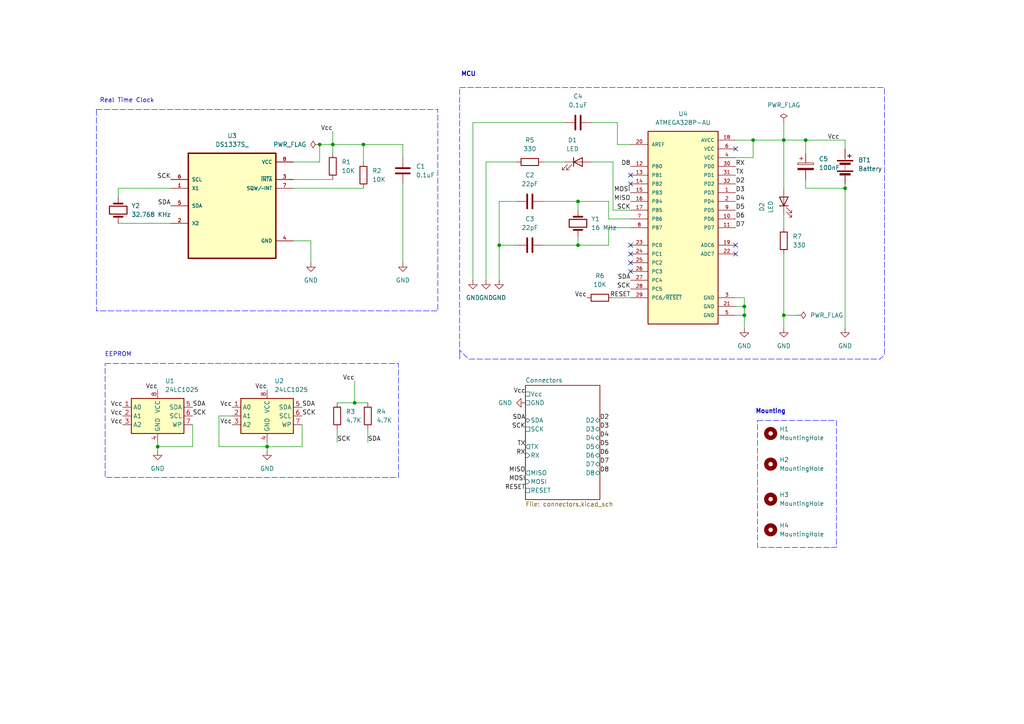
<source format=kicad_sch>
(kicad_sch (version 20250114) (generator "eeschema") (generator_version "9.0")
  (paper "A4")
  (title_block (title "${project_name}") (date "2025-05-23") (rev "1"))
  (lib_symbols
    (symbol "ATMEGA328P-AU:ATMEGA328P-AU" (pin_names (offset 1.016))
      (property "Reference" "U4" (at 0 33.02 0))
      (property "Value" "ATMEGA328P-AU" (at 0 30.48 0))
      (symbol "ATMEGA328P-AU_0_0"
        (rectangle (start -10.16 27.94) (end 10.16 -27.94) (stroke (width 0.254)) (fill (type background)))
        (pin input line (at -15.24 24.13 0) (length 5.08) (name "AREF") (number "20"))
        (pin bidirectional line (at -15.24 17.78 0) (length 5.08) (name "PB0") (number "12"))
        (pin bidirectional line (at -15.24 15.24 0) (length 5.08) (name "PB1") (number "13"))
        (pin bidirectional line (at -15.24 12.7 0) (length 5.08) (name "PB2") (number "14"))
        (pin bidirectional line (at -15.24 10.16 0) (length 5.08) (name "PB3") (number "15"))
        (pin bidirectional line (at -15.24 7.62 0) (length 5.08) (name "PB4") (number "16"))
        (pin bidirectional line (at -15.24 5.08 0) (length 5.08) (name "PB5") (number "17"))
        (pin bidirectional line (at -15.24 2.54 0) (length 5.08) (name "PB6") (number "7"))
        (pin bidirectional line (at -15.24 0 0) (length 5.08) (name "PB7") (number "8"))
        (pin bidirectional line (at -15.24 -5.08 0) (length 5.08) (name "PC0") (number "23"))
        (pin bidirectional line (at -15.24 -7.62 0) (length 5.08) (name "PC1") (number "24"))
        (pin bidirectional line (at -15.24 -10.16 0) (length 5.08) (name "PC2") (number "25"))
        (pin bidirectional line (at -15.24 -12.7 0) (length 5.08) (name "PC3") (number "26"))
        (pin bidirectional line (at -15.24 -15.24 0) (length 5.08) (name "PC4") (number "27"))
        (pin bidirectional line (at -15.24 -17.78 0) (length 5.08) (name "PC5") (number "28"))
        (pin bidirectional line (at -15.24 -20.32 0) (length 5.08) (name "PC6/~{RESET}") (number "29"))
        (pin power_in line (at 15.24 25.4 180) (length 5.08) (name "AVCC") (number "18"))
        (pin power_in line (at 15.24 22.86 180) (length 5.08) (name "VCC") (number "6"))
        (pin power_in line (at 15.24 20.32 180) (length 5.08) (name "VCC") (number "4"))
        (pin bidirectional line (at 15.24 17.78 180) (length 5.08) (name "PD0") (number "30"))
        (pin bidirectional line (at 15.24 15.24 180) (length 5.08) (name "PD1") (number "31"))
        (pin bidirectional line (at 15.24 12.7 180) (length 5.08) (name "PD2") (number "32"))
        (pin bidirectional line (at 15.24 10.16 180) (length 5.08) (name "PD3") (number "1"))
        (pin bidirectional line (at 15.24 7.62 180) (length 5.08) (name "PD4") (number "2"))
        (pin bidirectional line (at 15.24 5.08 180) (length 5.08) (name "PD5") (number "9"))
        (pin bidirectional line (at 15.24 2.54 180) (length 5.08) (name "PD6") (number "10"))
        (pin bidirectional line (at 15.24 0 180) (length 5.08) (name "PD7") (number "11"))
        (pin bidirectional line (at 15.24 -5.08 180) (length 5.08) (name "ADC6") (number "19"))
        (pin bidirectional line (at 15.24 -7.62 180) (length 5.08) (name "ADC7") (number "22"))
        (pin power_in line (at 15.24 -20.32 180) (length 5.08) (name "GND") (number "3"))
        (pin power_in line (at 15.24 -22.86 180) (length 5.08) (name "GND") (number "21"))
        (pin power_in line (at 15.24 -25.4 180) (length 5.08) (name "GND") (number "5"))
      )
    )
    (symbol "DS1337S_:DS1337S_" (pin_names (offset 1.016))
      (property "Reference" "U" (at -12.7 16.24 0))
      (property "Value" "DS1337S_" (at -12.7 -19.24 0))
      (symbol "DS1337S__0_0"
        (rectangle (start -12.7 -15.24) (end 12.7 15.24) (stroke (width 0.41)) (fill (type background)))
        (pin input line (at -17.78 7.62 0) (length 5.08) (name "SCL") (number "6"))
        (pin input line (at -17.78 5.08 0) (length 5.08) (name "X1") (number "1"))
        (pin bidirectional line (at -17.78 0 0) (length 5.08) (name "SDA") (number "5"))
        (pin bidirectional line (at -17.78 -5.08 0) (length 5.08) (name "X2") (number "2"))
        (pin power_in line (at 17.78 12.7 180) (length 5.08) (name "VCC") (number "8"))
        (pin output line (at 17.78 7.62 180) (length 5.08) (name "~{INTA}") (number "3"))
        (pin output line (at 17.78 5.08 180) (length 5.08) (name "SQW/~INT") (number "7"))
        (pin power_in line (at 17.78 -10.16 180) (length 5.08) (name "GND") (number "4"))
      )
    )
    (symbol "Device:Battery" (pin_numbers (hide yes)) (pin_names (offset 0) (hide yes))
      (property "Reference" "BT" (at 2.54 2.54 0))
      (property "Value" "Battery" (at 2.54 0 0))
      (symbol "Battery_0_1"
        (rectangle (start -2.286 1.778) (end 2.286 1.524) (fill (type outline)))
        (rectangle (start -2.286 -1.27) (end 2.286 -1.524) (fill (type outline)))
        (rectangle (start -1.524 1.016) (end 1.524 0.508) (fill (type outline)))
        (rectangle (start -1.524 -2.032) (end 1.524 -2.54) (fill (type outline)))
        (polyline (pts (xy 0 1.778) (xy 0 2.54)))
        (polyline (pts (xy 0 0) (xy 0 0.254)))
        (polyline (pts (xy 0 -0.508) (xy 0 -0.254)))
        (polyline (pts (xy 0 -1.016) (xy 0 -0.762)))
        (polyline (pts (xy 0.762 3.048) (xy 1.778 3.048)) (stroke (width 0.254)))
        (polyline (pts (xy 1.27 3.556) (xy 1.27 2.54)) (stroke (width 0.254)))
      )
      (symbol "Battery_1_1"
        (pin passive line (at 0 5.08 270) (length 2.54) (name "+") (number "1"))
        (pin passive line (at 0 -5.08 90) (length 2.54) (name "-") (number "2"))
      )
    )
    (symbol "Device:C" (pin_numbers (hide yes)) (pin_names (offset 0.254))
      (property "Reference" "C" (at 0.635 2.54 0))
      (property "Value" "C" (at 0.635 -2.54 0))
      (symbol "C_0_1"
        (polyline (pts (xy -2.032 0.762) (xy 2.032 0.762)) (stroke (width 0.508)))
        (polyline (pts (xy -2.032 -0.762) (xy 2.032 -0.762)) (stroke (width 0.508)))
      )
      (symbol "C_1_1"
        (pin passive line (at 0 3.81 270) (length 2.794) (name "~") (number "1"))
        (pin passive line (at 0 -3.81 90) (length 2.794) (name "~") (number "2"))
      )
    )
    (symbol "Device:C_Polarized" (pin_numbers (hide yes)) (pin_names (offset 0.254))
      (property "Reference" "C" (at 0.635 2.54 0))
      (property "Value" "C_Polarized" (at 0.635 -2.54 0))
      (symbol "C_Polarized_0_1"
        (rectangle (start -2.286 0.508) (end 2.286 1.016))
        (polyline (pts (xy -1.778 2.286) (xy -0.762 2.286)))
        (polyline (pts (xy -1.27 2.794) (xy -1.27 1.778)))
        (rectangle (start 2.286 -0.508) (end -2.286 -1.016) (fill (type outline)))
      )
      (symbol "C_Polarized_1_1"
        (pin passive line (at 0 3.81 270) (length 2.794) (name "~") (number "1"))
        (pin passive line (at 0 -3.81 90) (length 2.794) (name "~") (number "2"))
      )
    )
    (symbol "Device:Crystal" (pin_numbers (hide yes)) (pin_names (offset 1.016) (hide yes))
      (property "Reference" "Y" (at 0 3.81 0))
      (property "Value" "Crystal" (at 0 -3.81 0))
      (symbol "Crystal_0_1"
        (polyline (pts (xy -2.54 0) (xy -1.905 0)))
        (polyline (pts (xy -1.905 -1.27) (xy -1.905 1.27)) (stroke (width 0.508)))
        (rectangle (start -1.143 2.54) (end 1.143 -2.54) (stroke (width 0.3048)))
        (polyline (pts (xy 1.905 -1.27) (xy 1.905 1.27)) (stroke (width 0.508)))
        (polyline (pts (xy 2.54 0) (xy 1.905 0)))
      )
      (symbol "Crystal_1_1"
        (pin passive line (at -3.81 0 0) (length 1.27) (name "1") (number "1"))
        (pin passive line (at 3.81 0 180) (length 1.27) (name "2") (number "2"))
      )
    )
    (symbol "Device:LED" (pin_numbers (hide yes)) (pin_names (offset 1.016) (hide yes))
      (property "Reference" "D" (at 0 2.54 0))
      (property "Value" "LED" (at 0 -2.54 0))
      (symbol "LED_0_1"
        (polyline (pts (xy -3.048 -0.762) (xy -4.572 -2.286) (xy -3.81 -2.286) (xy -4.572 -2.286) (xy -4.572 -1.524)))
        (polyline (pts (xy -1.778 -0.762) (xy -3.302 -2.286) (xy -2.54 -2.286) (xy -3.302 -2.286) (xy -3.302 -1.524)))
        (polyline (pts (xy -1.27 0) (xy 1.27 0)))
        (polyline (pts (xy -1.27 -1.27) (xy -1.27 1.27)) (stroke (width 0.254)))
        (polyline (pts (xy 1.27 -1.27) (xy 1.27 1.27) (xy -1.27 0) (xy 1.27 -1.27)) (stroke (width 0.254)))
      )
      (symbol "LED_1_1"
        (pin passive line (at -3.81 0 0) (length 2.54) (name "K") (number "1"))
        (pin passive line (at 3.81 0 180) (length 2.54) (name "A") (number "2"))
      )
    )
    (symbol "Device:R" (pin_numbers (hide yes)) (pin_names (offset 0))
      (property "Reference" "R" (at 2.032 0 90))
      (property "Value" "R" (at 0 0 90))
      (symbol "R_0_1"
        (rectangle (start -1.016 -2.54) (end 1.016 2.54) (stroke (width 0.254)))
      )
      (symbol "R_1_1"
        (pin passive line (at 0 3.81 270) (length 1.27) (name "~") (number "1"))
        (pin passive line (at 0 -3.81 90) (length 1.27) (name "~") (number "2"))
      )
    )
    (symbol "Mechanical:MountingHole" (pin_names (offset 1.016)) (exclude_from_sim yes) (in_bom no)
      (property "Reference" "H" (at 0 5.08 0))
      (property "Value" "MountingHole" (at 0 3.175 0))
      (symbol "MountingHole_0_1"
        (circle (center 0 0) (radius 1.27) (stroke (width 1.27)))
      )
    )
    (symbol "Memory_EEPROM:24LC1025"
      (property "Reference" "U" (at -6.35 6.35 0))
      (property "Value" "24LC1025" (at 1.27 6.35 0))
      (symbol "24LC1025_1_1"
        (rectangle (start -7.62 5.08) (end 7.62 -5.08) (stroke (width 0.254)) (fill (type background)))
        (pin input line (at -10.16 2.54 0) (length 2.54) (name "A0") (number "1"))
        (pin input line (at -10.16 0 0) (length 2.54) (name "A1") (number "2"))
        (pin input line (at -10.16 -2.54 0) (length 2.54) (name "A2") (number "3"))
        (pin power_in line (at 0 7.62 270) (length 2.54) (name "VCC") (number "8"))
        (pin power_in line (at 0 -7.62 90) (length 2.54) (name "GND") (number "4"))
        (pin bidirectional line (at 10.16 2.54 180) (length 2.54) (name "SDA") (number "5"))
        (pin input line (at 10.16 0 180) (length 2.54) (name "SCL") (number "6"))
        (pin input line (at 10.16 -2.54 180) (length 2.54) (name "WP") (number "7"))
      )
    )
    (symbol "power:GND" (power) (pin_numbers (hide yes)) (pin_names (offset 0) (hide yes))
      (property "Value" "GND" (at 0 -3.81 0))
      (symbol "GND_0_1"
        (polyline (pts (xy 0 0) (xy 0 -1.27) (xy 1.27 -1.27) (xy 0 -2.54) (xy -1.27 -1.27) (xy 0 -1.27)))
      )
      (symbol "GND_1_1"
        (pin power_in line (at 0 0 270) (length 0) (name "~") (number "1"))
      )
    )
    (symbol "power:PWR_FLAG" (power) (pin_numbers (hide yes)) (pin_names (offset 0) (hide yes))
      (property "Value" "PWR_FLAG" (at 0 3.81 0))
      (symbol "PWR_FLAG_0_0"
        (pin power_out line (at 0 0 90) (length 0) (name "~") (number "1"))
      )
      (symbol "PWR_FLAG_0_1"
        (polyline (pts (xy 0 0) (xy 0 1.27) (xy -1.016 1.905) (xy 0 2.54) (xy 1.016 1.905) (xy 0 1.27)))
      )
    )
  )
  (text "Real Time Clock" (exclude_from_sim yes) (at 36.83 29.21 0) (effects (font (size 1.27 1.27))))
  (text "Mounting" (at 223.52 119.38 0) (effects (font (size 1.27 1.27) (thickness 0.254) (bold yes))))
  (text "MCU" (at 135.89 21.59 0) (effects (font (size 1.27 1.27) (thickness 0.254) (bold yes))))
  (text "EEPROM" (at 34.29 102.87 0) (effects (font (size 1.27 1.27))))
  (junction (at 96.52 41.91))
  (junction (at 233.68 40.64))
  (junction (at 215.9 91.44))
  (junction (at 227.33 40.64))
  (junction (at 92.71 41.91))
  (junction (at 167.64 71.12))
  (junction (at 102.87 116.84))
  (junction (at 245.11 54.61))
  (junction (at 77.47 129.54))
  (junction (at 167.64 58.42))
  (junction (at 227.33 91.44))
  (junction (at 105.41 41.91))
  (junction (at 215.9 88.9))
  (junction (at 144.78 71.12))
  (junction (at 45.72 129.54))
  (junction (at 218.44 40.64))
  (no_connect (at 213.36 71.12))
  (no_connect (at 182.88 71.12))
  (no_connect (at 182.88 76.2))
  (no_connect (at 182.88 78.74))
  (no_connect (at 182.88 50.8))
  (no_connect (at 213.36 73.66))
  (no_connect (at 213.36 43.18))
  (no_connect (at 182.88 73.66))
  (no_connect (at 182.88 53.34))
  (wire (pts (xy 176.53 58.42) (xy 176.53 63.5)))
  (wire (pts (xy 227.33 73.66) (xy 227.33 91.44)))
  (wire (pts (xy 55.88 123.19) (xy 55.88 129.54)))
  (wire (pts (xy 116.84 41.91) (xy 116.84 45.72)))
  (wire (pts (xy 77.47 128.27) (xy 77.47 129.54)))
  (wire (pts (xy 102.87 116.84) (xy 106.68 116.84)))
  (wire (pts (xy 85.09 54.61) (xy 105.41 54.61)))
  (wire (pts (xy 213.36 40.64) (xy 218.44 40.64)))
  (wire (pts (xy 176.53 63.5) (xy 182.88 63.5)))
  (wire (pts (xy 149.86 58.42) (xy 144.78 58.42)))
  (wire (pts (xy 34.29 54.61) (xy 34.29 57.15)))
  (wire (pts (xy 45.72 129.54) (xy 55.88 129.54)))
  (wire (pts (xy 171.45 35.56) (xy 179.07 35.56)))
  (wire (pts (xy 213.36 45.72) (xy 218.44 45.72)))
  (wire (pts (xy 213.36 86.36) (xy 215.9 86.36)))
  (wire (pts (xy 77.47 129.54) (xy 77.47 130.81)))
  (wire (pts (xy 176.53 71.12) (xy 167.64 71.12)))
  (wire (pts (xy 106.68 124.46) (xy 106.68 128.27)))
  (wire (pts (xy 49.53 54.61) (xy 34.29 54.61)))
  (wire (pts (xy 157.48 71.12) (xy 167.64 71.12)))
  (wire (pts (xy 227.33 91.44) (xy 231.14 91.44)))
  (wire (pts (xy 177.8 46.99) (xy 177.8 60.96)))
  (wire (pts (xy 63.5 120.65) (xy 63.5 129.54)))
  (wire (pts (xy 233.68 40.64) (xy 245.11 40.64)))
  (wire (pts (xy 45.72 128.27) (xy 45.72 129.54)))
  (wire (pts (xy 96.52 41.91) (xy 96.52 44.45)))
  (wire (pts (xy 85.09 46.99) (xy 92.71 46.99)))
  (wire (pts (xy 96.52 41.91) (xy 105.41 41.91)))
  (wire (pts (xy 34.29 64.77) (xy 49.53 64.77)))
  (wire (pts (xy 233.68 54.61) (xy 245.11 54.61)))
  (wire (pts (xy 213.36 88.9) (xy 215.9 88.9)))
  (wire (pts (xy 87.63 129.54) (xy 77.47 129.54)))
  (wire (pts (xy 102.87 110.49) (xy 102.87 116.84)))
  (wire (pts (xy 105.41 41.91) (xy 105.41 46.99)))
  (wire (pts (xy 245.11 54.61) (xy 245.11 95.25)))
  (wire (pts (xy 144.78 71.12) (xy 149.86 71.12)))
  (wire (pts (xy 176.53 66.04) (xy 176.53 71.12)))
  (wire (pts (xy 215.9 91.44) (xy 215.9 95.25)))
  (wire (pts (xy 87.63 123.19) (xy 87.63 129.54)))
  (wire (pts (xy 215.9 86.36) (xy 215.9 88.9)))
  (wire (pts (xy 213.36 91.44) (xy 215.9 91.44)))
  (wire (pts (xy 67.31 120.65) (xy 63.5 120.65)))
  (wire (pts (xy 85.09 69.85) (xy 90.17 69.85)))
  (wire (pts (xy 163.83 35.56) (xy 137.16 35.56)))
  (wire (pts (xy 245.11 40.64) (xy 245.11 43.18)))
  (wire (pts (xy 227.33 62.23) (xy 227.33 66.04)))
  (wire (pts (xy 171.45 46.99) (xy 177.8 46.99)))
  (wire (pts (xy 227.33 35.56) (xy 227.33 40.64)))
  (wire (pts (xy 105.41 41.91) (xy 116.84 41.91)))
  (wire (pts (xy 176.53 66.04) (xy 182.88 66.04)))
  (wire (pts (xy 167.64 58.42) (xy 167.64 60.96)))
  (wire (pts (xy 233.68 52.07) (xy 233.68 54.61)))
  (wire (pts (xy 245.11 53.34) (xy 245.11 54.61)))
  (wire (pts (xy 227.33 40.64) (xy 227.33 54.61)))
  (wire (pts (xy 92.71 46.99) (xy 92.71 41.91)))
  (wire (pts (xy 140.97 46.99) (xy 140.97 81.28)))
  (wire (pts (xy 218.44 45.72) (xy 218.44 40.64)))
  (wire (pts (xy 157.48 46.99) (xy 163.83 46.99)))
  (wire (pts (xy 45.72 129.54) (xy 45.72 130.81)))
  (wire (pts (xy 179.07 41.91) (xy 182.88 41.91)))
  (wire (pts (xy 102.87 116.84) (xy 97.79 116.84)))
  (wire (pts (xy 157.48 58.42) (xy 167.64 58.42)))
  (wire (pts (xy 97.79 124.46) (xy 97.79 128.27)))
  (wire (pts (xy 96.52 38.1) (xy 96.52 41.91)))
  (wire (pts (xy 63.5 129.54) (xy 77.47 129.54)))
  (wire (pts (xy 137.16 35.56) (xy 137.16 81.28)))
  (wire (pts (xy 233.68 44.45) (xy 233.68 40.64)))
  (wire (pts (xy 227.33 91.44) (xy 227.33 95.25)))
  (wire (pts (xy 116.84 53.34) (xy 116.84 76.2)))
  (wire (pts (xy 144.78 71.12) (xy 144.78 81.28)))
  (wire (pts (xy 144.78 58.42) (xy 144.78 71.12)))
  (wire (pts (xy 167.64 68.58) (xy 167.64 71.12)))
  (wire (pts (xy 90.17 69.85) (xy 90.17 76.2)))
  (wire (pts (xy 177.8 86.36) (xy 182.88 86.36)))
  (wire (pts (xy 215.9 88.9) (xy 215.9 91.44)))
  (wire (pts (xy 85.09 52.07) (xy 96.52 52.07)))
  (wire (pts (xy 177.8 60.96) (xy 182.88 60.96)))
  (wire (pts (xy 218.44 40.64) (xy 227.33 40.64)))
  (wire (pts (xy 179.07 41.91) (xy 179.07 35.56)))
  (wire (pts (xy 140.97 46.99) (xy 149.86 46.99)))
  (wire (pts (xy 167.64 58.42) (xy 176.53 58.42)))
  (wire (pts (xy 227.33 40.64) (xy 233.68 40.64)))
  (wire (pts (xy 92.71 41.91) (xy 96.52 41.91)))
  (label "Vcc" (at 152.4 114.3 180))
  (label "SCK" (at 97.79 128.27 0))
  (label "MOSI" (at 182.88 55.88 180))
  (label "D2" (at 213.36 53.34 0))
  (label "Vcc" (at 77.47 113.03 180))
  (label "SCK" (at 55.88 120.65 0))
  (label "Vcc" (at 35.56 123.19 180))
  (label "D5" (at 173.99 129.54 0))
  (label "SDA" (at 182.88 81.28 180))
  (label "Vcc" (at 170.18 86.36 180))
  (label "D7" (at 213.36 66.04 0))
  (label "SCK" (at 182.88 83.82 180))
  (label "D6" (at 173.99 132.08 0))
  (label "Vcc" (at 240.03 40.64 0))
  (label "Vcc" (at 96.52 38.1 180))
  (label "SDA" (at 49.53 59.69 180))
  (label "RESET" (at 182.88 86.36 180))
  (label "D2" (at 173.99 121.92 0))
  (label "SDA" (at 55.88 118.11 0))
  (label "D7" (at 173.99 134.62 0))
  (label "Vcc" (at 35.56 118.11 180))
  (label "SCK" (at 49.53 52.07 180))
  (label "SDA" (at 106.68 128.27 0))
  (label "D4" (at 173.99 127 0))
  (label "D8" (at 182.88 48.26 180))
  (label "D3" (at 213.36 55.88 0))
  (label "TX" (at 213.36 50.8 0))
  (label "RX" (at 213.36 48.26 0))
  (label "SDA" (at 152.4 121.92 180))
  (label "Vcc" (at 67.31 123.19 180))
  (label "SCK" (at 152.4 124.46 180))
  (label "MISO" (at 152.4 137.16 180))
  (label "SCK" (at 87.63 120.65 0))
  (label "MISO" (at 182.88 58.42 180))
  (label "D8" (at 173.99 137.16 0))
  (label "D4" (at 213.36 58.42 0))
  (label "RESET" (at 152.4 142.24 180))
  (label "SCK" (at 182.88 60.96 180))
  (label "Vcc" (at 102.87 110.49 180))
  (label "RX" (at 152.4 132.08 180))
  (label "MOSI" (at 152.4 139.7 180))
  (label "Vcc" (at 45.72 113.03 180))
  (label "SDA" (at 87.63 118.11 0))
  (label "D3" (at 173.99 124.46 0))
  (label "Vcc" (at 35.56 120.65 180))
  (label "D6" (at 213.36 63.5 0))
  (label "Vcc" (at 67.31 118.11 180))
  (label "D5" (at 213.36 60.96 0))
  (label "TX" (at 152.4 129.54 180))
  (rule_area (polyline (pts (xy 133.35 25.4) (xy 256.54 25.4) (xy 256.54 102.87) (xy 255.27 104.14) (xy 135.89 104.14) (xy 133.35 101.6) (xy 133.35 104.14)) (stroke (width 0) (type dash) (color 0 0 255 1)) (fill (type color) (color 255 255 255 1))))
  (rule_area (polyline (pts (xy 30.48 105.41) (xy 115.57 105.41) (xy 115.57 138.43) (xy 30.48 138.43)) (stroke (width 0) (type dash) (color 0 0 255 1)) (fill (type color) (color 255 255 255 1))))
  (rule_area (polyline (pts (xy 27.94 31.75) (xy 127 31.75) (xy 127 90.17) (xy 27.94 90.17)) (stroke (width 0) (type dash) (color 0 0 255 1)) (fill (type color) (color 255 255 255 1))))
  (rule_area (polyline (pts (xy 219.71 121.92) (xy 242.57 121.92) (xy 242.57 158.75) (xy 219.71 158.75)) (stroke (width 0) (type dash) (color 0 0 255 1)) (fill (type color) (color 255 255 255 1))))
  (symbol (lib_id "power:GND") (at 245.11 95.25 0) (unit 1)
    (property "Reference" "#PWR07" (effects (hide yes)))
    (property "Value" "GND" (at 245.11 100.33 0))
    (property "Description" "Power symbol creates a global label with name \"GND\" , ground" (effects (hide yes)))
  )
  (symbol (lib_id "power:GND") (at 152.4 116.84 270) (unit 1)
    (property "Reference" "#PWR011" (effects (hide yes)))
    (property "Value" "GND" (at 148.59 116.8399 90) (effects (justify right)))
    (property "Description" "Power symbol creates a global label with name \"GND\" , ground" (effects (hide yes)))
  )
  (symbol (lib_id "Device:R") (at 153.67 46.99 90) (unit 1)
    (property "Reference" "R5" (at 153.67 40.64 90))
    (property "Value" "330" (at 153.67 43.18 90))
    (property "Footprint" "Resistor_SMD:R_0805_2012Metric" (effects (hide yes)))
    (property "Description" "Resistor" (effects (hide yes)))
  )
  (symbol (lib_id "DS1337S_:DS1337S_") (at 67.31 59.69 0) (unit 1)
    (property "Reference" "U3" (at 67.31 39.37 0))
    (property "Value" "DS1337S_" (at 67.31 41.91 0))
    (property "Footprint" "footprints:SOIC127P600X175-8N" (effects (hide yes)))
    (property "MF" "Maxim Integrated Products" (effects (hide yes)))
    (property "Description_1" "Real Time Clock (RTC) IC Clock/Calendar I2C, 2-Wire Serial 8-SOIC (0.154, 3.90mm Width)" (effects (hide yes)))
    (property "Package" "SOIC-8 Maxim" (effects (hide yes)))
    (property "Price" "None" (effects (hide yes)))
    (property "SnapEDA_Link" "https://www.snapeda.com/parts/DS1337S+/Maxim+Integrated/view-part/?ref=snap" (effects (hide yes)))
    (property "MP" "DS1337S+" (effects (hide yes)))
    (property "Availability" "In Stock" (effects (hide yes)))
    (property "Check_prices" "https://www.snapeda.com/parts/DS1337S+/Maxim+Integrated/view-part/?ref=eda" (effects (hide yes)))
  )
  (symbol (lib_id "Device:LED") (at 227.33 58.42 90) (unit 1)
    (property "Reference" "D2" (at 220.98 60.0075 0))
    (property "Value" "LED" (at 223.52 60.0075 0))
    (property "Footprint" "LED_SMD:LED_0805_2012Metric" (effects (hide yes)))
    (property "Description" "Light emitting diode" (effects (hide yes)))
    (property "Sim.Pins" "1=K 2=A" (effects (hide yes)))
  )
  (symbol (lib_id "Device:R") (at 96.52 48.26 180) (unit 1)
    (property "Reference" "R1" (at 99.06 46.9899 0) (effects (justify right)))
    (property "Value" "10K" (at 99.06 49.5299 0) (effects (justify right)))
    (property "Footprint" "Resistor_SMD:R_0805_2012Metric" (effects (hide yes)))
    (property "Description" "Resistor" (effects (hide yes)))
  )
  (symbol (lib_id "Mechanical:MountingHole") (at 223.52 144.78 0) (unit 1) (exclude_from_sim yes) (in_bom no)
    (property "Reference" "H3" (at 226.06 143.5099 0) (effects (justify left)))
    (property "Value" "MountingHole" (at 226.06 146.0499 0) (effects (justify left)))
    (property "Footprint" "MountingHole:MountingHole_2.1mm" (effects (hide yes)))
    (property "Description" "Mounting Hole without connection" (effects (hide yes)))
  )
  (symbol (lib_id "power:GND") (at 45.72 130.81 0) (unit 1)
    (property "Reference" "#PWR03" (effects (hide yes)))
    (property "Value" "GND" (at 45.72 135.89 0))
    (property "Description" "Power symbol creates a global label with name \"GND\" , ground" (effects (hide yes)))
  )
  (symbol (lib_id "Device:LED") (at 167.64 46.99 0) (unit 1)
    (property "Reference" "D1" (at 166.0525 40.64 0))
    (property "Value" "LED" (at 166.0525 43.18 0))
    (property "Footprint" "LED_SMD:LED_0805_2012Metric" (effects (hide yes)))
    (property "Description" "Light emitting diode" (effects (hide yes)))
    (property "Sim.Pins" "1=K 2=A" (effects (hide yes)))
  )
  (symbol (lib_id "power:PWR_FLAG") (at 231.14 91.44 270) (unit 1)
    (property "Reference" "#FLG02" (effects (hide yes)))
    (property "Value" "PWR_FLAG" (at 234.95 91.4399 90) (effects (justify left)))
    (property "Description" "Special symbol for telling ERC where power comes from" (effects (hide yes)))
  )
  (symbol (lib_id "Device:C_Polarized") (at 233.68 48.26 0) (unit 1)
    (property "Reference" "C5" (at 237.49 46.1009 0) (effects (justify left)))
    (property "Value" "100nF" (at 237.49 48.6409 0) (effects (justify left)))
    (property "Footprint" "Capacitor_SMD:C_0805_2012Metric" (effects (hide yes)))
    (property "Description" "Polarized capacitor" (effects (hide yes)))
  )
  (symbol (lib_id "Device:C") (at 153.67 71.12 90) (unit 1)
    (property "Reference" "C3" (at 153.67 63.5 90))
    (property "Value" "22pF" (at 153.67 66.04 90))
    (property "Footprint" "Capacitor_SMD:C_0805_2012Metric" (effects (hide yes)))
    (property "Description" "Unpolarized capacitor" (effects (hide yes)))
  )
  (symbol (lib_id "Device:C") (at 116.84 49.53 0) (unit 1)
    (property "Reference" "C1" (at 120.65 48.2599 0) (effects (justify left)))
    (property "Value" "0.1uF" (at 120.65 50.7999 0) (effects (justify left)))
    (property "Footprint" "Capacitor_SMD:C_0805_2012Metric" (effects (hide yes)))
    (property "Description" "Unpolarized capacitor" (effects (hide yes)))
  )
  (symbol (lib_id "power:GND") (at 227.33 95.25 0) (unit 1)
    (property "Reference" "#PWR06" (effects (hide yes)))
    (property "Value" "GND" (at 227.33 100.33 0))
    (property "Description" "Power symbol creates a global label with name \"GND\" , ground" (effects (hide yes)))
  )
  (symbol (lib_id "Device:R") (at 106.68 120.65 0) (unit 1)
    (property "Reference" "R4" (at 109.22 119.3799 0) (effects (justify left)))
    (property "Value" "4.7K" (at 109.22 121.9199 0) (effects (justify left)))
    (property "Footprint" "Resistor_SMD:R_0805_2012Metric" (effects (hide yes)))
    (property "Description" "Resistor" (effects (hide yes)))
  )
  (symbol (lib_id "Device:C") (at 153.67 58.42 90) (unit 1)
    (property "Reference" "C2" (at 153.67 50.8 90))
    (property "Value" "22pF" (at 153.67 53.34 90))
    (property "Footprint" "Capacitor_SMD:C_0805_2012Metric" (effects (hide yes)))
    (property "Description" "Unpolarized capacitor" (effects (hide yes)))
  )
  (symbol (lib_id "power:GND") (at 90.17 76.2 0) (unit 1)
    (property "Reference" "#PWR01" (effects (hide yes)))
    (property "Value" "GND" (at 90.17 81.28 0))
    (property "Description" "Power symbol creates a global label with name \"GND\" , ground" (effects (hide yes)))
  )
  (symbol (lib_id "ATMEGA328P-AU:ATMEGA328P-AU") (at 198.12 66.04 0) (unit 1)
    (property "Reference" "U4" (at 198.12 33.02 0))
    (property "Value" "ATMEGA328P-AU" (at 198.12 35.56 0))
    (property "Footprint" "footprints:QFP80P900X900X120-32N" (effects (hide yes)))
    (property "MF" "MICROCHIP TECH." (effects (hide yes)))
    (property "MAXIMUM_PACKAGE_HEIGHT" "1.20mm" (effects (hide yes)))
    (property "Package" "TQFP-32 Microchip" (effects (hide yes)))
    (property "Price" "None" (effects (hide yes)))
    (property "Check_prices" "https://www.snapeda.com/parts/ATMEGA328P-AU/Microchip/view-part/?ref=eda" (effects (hide yes)))
    (property "STANDARD" "IPC-7351B" (effects (hide yes)))
    (property "PARTREV" "8271A" (effects (hide yes)))
    (property "SnapEDA_Link" "https://www.snapeda.com/parts/ATMEGA328P-AU/Microchip/view-part/?ref=snap" (effects (hide yes)))
    (property "MP" "ATMEGA328P-AU" (effects (hide yes)))
    (property "Description_1" "MCU 8-bit - AVR ATmega Family ATmega328 Series Microcontrollers - 20 MHz - 32 KB - 2 KB - 32 Pins." (effects (hide yes)))
    (property "Availability" "In Stock" (effects (hide yes)))
    (property "MANUFACTURER" "Microchip" (effects (hide yes)))
  )
  (symbol (lib_id "Mechanical:MountingHole") (at 223.52 153.67 0) (unit 1) (exclude_from_sim yes) (in_bom no)
    (property "Reference" "H4" (at 226.06 152.3999 0) (effects (justify left)))
    (property "Value" "MountingHole" (at 226.06 154.9399 0) (effects (justify left)))
    (property "Footprint" "MountingHole:MountingHole_2.1mm" (effects (hide yes)))
    (property "Description" "Mounting Hole without connection" (effects (hide yes)))
  )
  (symbol (lib_id "Device:R") (at 173.99 86.36 90) (unit 1)
    (property "Reference" "R6" (at 173.99 80.01 90))
    (property "Value" "10K" (at 173.99 82.55 90))
    (property "Footprint" "Resistor_SMD:R_0805_2012Metric" (effects (hide yes)))
    (property "Description" "Resistor" (effects (hide yes)))
  )
  (symbol (lib_id "Device:Crystal") (at 167.64 64.77 90) (unit 1)
    (property "Reference" "Y1" (at 171.45 63.4999 90) (effects (justify right)))
    (property "Value" "16 MHz" (at 171.45 66.0399 90) (effects (justify right)))
    (property "Footprint" "Crystal:Crystal_SMD_5032-2Pin_5.0x3.2mm_HandSoldering" (effects (hide yes)))
    (property "Description" "Two pin crystal" (effects (hide yes)))
  )
  (symbol (lib_id "Memory_EEPROM:24LC1025") (at 77.47 120.65 0) (unit 1)
    (property "Reference" "U2" (at 79.6133 110.49 0) (effects (justify left)))
    (property "Value" "24LC1025" (at 79.6133 113.03 0) (effects (justify left)))
    (property "Footprint" "Package_SO:SOIC-8_5.3x5.3mm_P1.27mm" (effects (hide yes)))
    (property "Datasheet" "http://ww1.microchip.com/downloads/en/DeviceDoc/21941B.pdf" (effects (hide yes)))
    (property "Description" "I2C Serial EEPROM, 1024Kb, DIP-8/SOIC-8/TSSOP-8/DFN-8" (effects (hide yes)))
  )
  (symbol (lib_id "Mechanical:MountingHole") (at 223.52 134.62 0) (unit 1) (exclude_from_sim yes) (in_bom no)
    (property "Reference" "H2" (at 226.06 133.3499 0) (effects (justify left)))
    (property "Value" "MountingHole" (at 226.06 135.8899 0) (effects (justify left)))
    (property "Footprint" "MountingHole:MountingHole_2.1mm" (effects (hide yes)))
    (property "Description" "Mounting Hole without connection" (effects (hide yes)))
  )
  (symbol (lib_id "Device:Crystal") (at 34.29 60.96 90) (unit 1)
    (property "Reference" "Y2" (at 38.1 59.6899 90) (effects (justify right)))
    (property "Value" "32.768 KHz" (at 38.1 62.2299 90) (effects (justify right)))
    (property "Footprint" "Crystal:Crystal_SMD_5032-2Pin_5.0x3.2mm_HandSoldering" (effects (hide yes)))
    (property "Description" "Two pin crystal" (effects (hide yes)))
  )
  (symbol (lib_id "Device:R") (at 97.79 120.65 0) (unit 1)
    (property "Reference" "R3" (at 100.33 119.3799 0) (effects (justify left)))
    (property "Value" "4.7K" (at 100.33 121.9199 0) (effects (justify left)))
    (property "Footprint" "Resistor_SMD:R_0805_2012Metric" (effects (hide yes)))
    (property "Description" "Resistor" (effects (hide yes)))
  )
  (symbol (lib_id "power:GND") (at 215.9 95.25 0) (unit 1)
    (property "Reference" "#PWR05" (effects (hide yes)))
    (property "Value" "GND" (at 215.9 100.33 0))
    (property "Description" "Power symbol creates a global label with name \"GND\" , ground" (effects (hide yes)))
  )
  (symbol (lib_id "power:GND") (at 116.84 76.2 0) (unit 1)
    (property "Reference" "#PWR02" (effects (hide yes)))
    (property "Value" "GND" (at 116.84 81.28 0))
    (property "Description" "Power symbol creates a global label with name \"GND\" , ground" (effects (hide yes)))
  )
  (symbol (lib_id "power:GND") (at 77.47 130.81 0) (unit 1)
    (property "Reference" "#PWR04" (effects (hide yes)))
    (property "Value" "GND" (at 77.47 135.89 0))
    (property "Description" "Power symbol creates a global label with name \"GND\" , ground" (effects (hide yes)))
  )
  (symbol (lib_id "Device:R") (at 227.33 69.85 0) (unit 1)
    (property "Reference" "R7" (at 229.87 68.5799 0) (effects (justify left)))
    (property "Value" "330" (at 229.87 71.1199 0) (effects (justify left)))
    (property "Footprint" "Resistor_SMD:R_0805_2012Metric" (effects (hide yes)))
    (property "Description" "Resistor" (effects (hide yes)))
  )
  (symbol (lib_id "power:GND") (at 144.78 81.28 0) (unit 1)
    (property "Reference" "#PWR08" (effects (hide yes)))
    (property "Value" "GND" (at 144.78 86.36 0))
    (property "Description" "Power symbol creates a global label with name \"GND\" , ground" (effects (hide yes)))
  )
  (symbol (lib_id "Device:C") (at 167.64 35.56 90) (unit 1)
    (property "Reference" "C4" (at 167.64 27.94 90))
    (property "Value" "0.1uF" (at 167.64 30.48 90))
    (property "Footprint" "Capacitor_SMD:C_0805_2012Metric" (effects (hide yes)))
    (property "Description" "Unpolarized capacitor" (effects (hide yes)))
  )
  (symbol (lib_id "Device:R") (at 105.41 50.8 0) (unit 1)
    (property "Reference" "R2" (at 107.95 49.5299 0) (effects (justify left)))
    (property "Value" "10K" (at 107.95 52.0699 0) (effects (justify left)))
    (property "Footprint" "Resistor_SMD:R_0805_2012Metric" (effects (hide yes)))
    (property "Description" "Resistor" (effects (hide yes)))
  )
  (symbol (lib_id "Memory_EEPROM:24LC1025") (at 45.72 120.65 0) (unit 1)
    (property "Reference" "U1" (at 47.8633 110.49 0) (effects (justify left)))
    (property "Value" "24LC1025" (at 47.8633 113.03 0) (effects (justify left)))
    (property "Footprint" "Package_SO:SOIC-8_5.3x5.3mm_P1.27mm" (effects (hide yes)))
    (property "Datasheet" "http://ww1.microchip.com/downloads/en/DeviceDoc/21941B.pdf" (effects (hide yes)))
    (property "Description" "I2C Serial EEPROM, 1024Kb, DIP-8/SOIC-8/TSSOP-8/DFN-8" (effects (hide yes)))
  )
  (symbol (lib_id "power:PWR_FLAG") (at 92.71 41.91 90) (unit 1)
    (property "Reference" "#FLG03" (effects (hide yes)))
    (property "Value" "PWR_FLAG" (at 88.9 41.9099 90) (effects (justify left)))
    (property "Description" "Special symbol for telling ERC where power comes from" (effects (hide yes)))
  )
  (symbol (lib_id "power:GND") (at 137.16 81.28 0) (unit 1)
    (property "Reference" "#PWR010" (effects (hide yes)))
    (property "Value" "GND" (at 137.16 86.36 0))
    (property "Description" "Power symbol creates a global label with name \"GND\" , ground" (effects (hide yes)))
  )
  (symbol (lib_id "power:GND") (at 140.97 81.28 0) (unit 1)
    (property "Reference" "#PWR09" (effects (hide yes)))
    (property "Value" "GND" (at 140.97 86.36 0))
    (property "Description" "Power symbol creates a global label with name \"GND\" , ground" (effects (hide yes)))
  )
  (symbol (lib_id "Mechanical:MountingHole") (at 223.52 125.73 0) (unit 1) (exclude_from_sim yes) (in_bom no)
    (property "Reference" "H1" (at 226.06 124.4599 0) (effects (justify left)))
    (property "Value" "MountingHole" (at 226.06 126.9999 0) (effects (justify left)))
    (property "Footprint" "MountingHole:MountingHole_2.1mm" (effects (hide yes)))
    (property "Description" "Mounting Hole without connection" (effects (hide yes)))
  )
  (symbol (lib_id "Device:Battery") (at 245.11 48.26 0) (unit 1)
    (property "Reference" "BT1" (at 248.92 46.4184 0) (effects (justify left)))
    (property "Value" "Battery" (at 248.92 48.9584 0) (effects (justify left)))
    (property "Footprint" "Connector_PinHeader_2.54mm:PinHeader_1x02_P2.54mm_Vertical" (effects (hide yes)))
    (property "Description" "Multiple-cell battery" (effects (hide yes)))
  )
  (symbol (lib_id "power:PWR_FLAG") (at 227.33 35.56 0) (unit 1)
    (property "Reference" "#FLG01" (effects (hide yes)))
    (property "Value" "PWR_FLAG" (at 227.33 30.48 0))
    (property "Description" "Special symbol for telling ERC where power comes from" (effects (hide yes)))
  )
  (sheet (at 152.4 111.76) (size 21.59 33.147) (stroke (width 0.1524))
    (property "Sheetname" "Connectors" (at 152.4 111.0484 0) (effects (justify left bottom)))
    (property "Sheetfile" "connectors.kicad_sch" (at 152.4 145.4916 0) (effects (justify left top)))
    (pin "D2" bidirectional (at 173.99 121.92 0))
    (pin "Vcc" passive (at 152.4 114.3 180))
    (pin "D3" bidirectional (at 173.99 124.46 0))
    (pin "RESET" passive (at 152.4 142.24 180))
    (pin "TX" output (at 152.4 129.54 180))
    (pin "RX" input (at 152.4 132.08 180))
    (pin "D5" bidirectional (at 173.99 129.54 0))
    (pin "SDA" bidirectional (at 152.4 121.92 180))
    (pin "D7" bidirectional (at 173.99 134.62 0))
    (pin "SCK" passive (at 152.4 124.46 180))
    (pin "D8" bidirectional (at 173.99 137.16 0))
    (pin "D4" bidirectional (at 173.99 127 0))
    (pin "MOSI" input (at 152.4 139.7 180))
    (pin "MISO" output (at 152.4 137.16 180))
    (pin "D6" bidirectional (at 173.99 132.08 0))
    (pin "GND" passive (at 152.4 116.84 180))
  )
)
</source>
